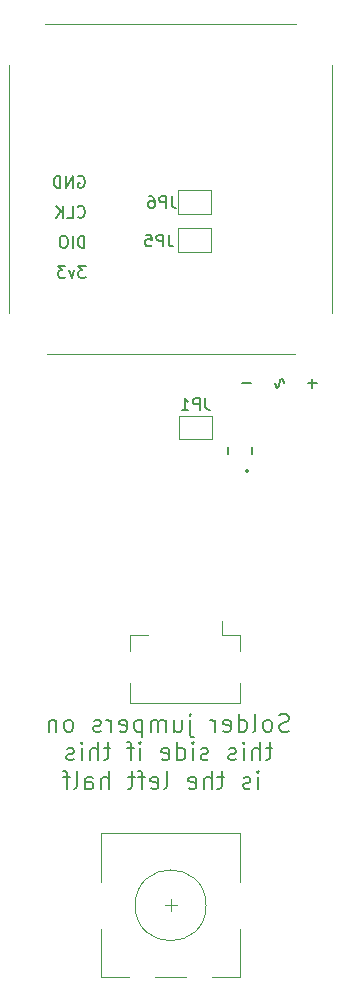
<source format=gbr>
G04 #@! TF.GenerationSoftware,KiCad,Pcbnew,(6.0.2)*
G04 #@! TF.CreationDate,2022-05-21T05:00:10+01:00*
G04 #@! TF.ProjectId,Cantaloupe,43616e74-616c-46f7-9570-652e6b696361,rev?*
G04 #@! TF.SameCoordinates,Original*
G04 #@! TF.FileFunction,Legend,Bot*
G04 #@! TF.FilePolarity,Positive*
%FSLAX46Y46*%
G04 Gerber Fmt 4.6, Leading zero omitted, Abs format (unit mm)*
G04 Created by KiCad (PCBNEW (6.0.2)) date 2022-05-21 05:00:10*
%MOMM*%
%LPD*%
G01*
G04 APERTURE LIST*
%ADD10C,0.200000*%
%ADD11C,0.150000*%
%ADD12C,0.120000*%
%ADD13C,0.127000*%
G04 APERTURE END LIST*
D10*
X157228792Y-77850559D02*
X157014506Y-77921988D01*
X156657363Y-77921988D01*
X156514506Y-77850559D01*
X156443078Y-77779131D01*
X156371649Y-77636274D01*
X156371649Y-77493417D01*
X156443078Y-77350559D01*
X156514506Y-77279131D01*
X156657363Y-77207702D01*
X156943078Y-77136274D01*
X157085935Y-77064845D01*
X157157363Y-76993417D01*
X157228792Y-76850559D01*
X157228792Y-76707702D01*
X157157363Y-76564845D01*
X157085935Y-76493417D01*
X156943078Y-76421988D01*
X156585935Y-76421988D01*
X156371649Y-76493417D01*
X155514506Y-77921988D02*
X155657363Y-77850559D01*
X155728792Y-77779131D01*
X155800220Y-77636274D01*
X155800220Y-77207702D01*
X155728792Y-77064845D01*
X155657363Y-76993417D01*
X155514506Y-76921988D01*
X155300220Y-76921988D01*
X155157363Y-76993417D01*
X155085935Y-77064845D01*
X155014506Y-77207702D01*
X155014506Y-77636274D01*
X155085935Y-77779131D01*
X155157363Y-77850559D01*
X155300220Y-77921988D01*
X155514506Y-77921988D01*
X154157363Y-77921988D02*
X154300220Y-77850559D01*
X154371649Y-77707702D01*
X154371649Y-76421988D01*
X152943078Y-77921988D02*
X152943078Y-76421988D01*
X152943078Y-77850559D02*
X153085935Y-77921988D01*
X153371649Y-77921988D01*
X153514506Y-77850559D01*
X153585935Y-77779131D01*
X153657363Y-77636274D01*
X153657363Y-77207702D01*
X153585935Y-77064845D01*
X153514506Y-76993417D01*
X153371649Y-76921988D01*
X153085935Y-76921988D01*
X152943078Y-76993417D01*
X151657363Y-77850559D02*
X151800220Y-77921988D01*
X152085935Y-77921988D01*
X152228792Y-77850559D01*
X152300220Y-77707702D01*
X152300220Y-77136274D01*
X152228792Y-76993417D01*
X152085935Y-76921988D01*
X151800220Y-76921988D01*
X151657363Y-76993417D01*
X151585935Y-77136274D01*
X151585935Y-77279131D01*
X152300220Y-77421988D01*
X150943078Y-77921988D02*
X150943078Y-76921988D01*
X150943078Y-77207702D02*
X150871649Y-77064845D01*
X150800220Y-76993417D01*
X150657363Y-76921988D01*
X150514506Y-76921988D01*
X148871649Y-76921988D02*
X148871649Y-78207702D01*
X148943078Y-78350559D01*
X149085935Y-78421988D01*
X149157363Y-78421988D01*
X148871649Y-76421988D02*
X148943078Y-76493417D01*
X148871649Y-76564845D01*
X148800220Y-76493417D01*
X148871649Y-76421988D01*
X148871649Y-76564845D01*
X147514506Y-76921988D02*
X147514506Y-77921988D01*
X148157363Y-76921988D02*
X148157363Y-77707702D01*
X148085935Y-77850559D01*
X147943078Y-77921988D01*
X147728792Y-77921988D01*
X147585935Y-77850559D01*
X147514506Y-77779131D01*
X146800220Y-77921988D02*
X146800220Y-76921988D01*
X146800220Y-77064845D02*
X146728792Y-76993417D01*
X146585935Y-76921988D01*
X146371649Y-76921988D01*
X146228792Y-76993417D01*
X146157363Y-77136274D01*
X146157363Y-77921988D01*
X146157363Y-77136274D02*
X146085935Y-76993417D01*
X145943078Y-76921988D01*
X145728792Y-76921988D01*
X145585935Y-76993417D01*
X145514506Y-77136274D01*
X145514506Y-77921988D01*
X144800220Y-76921988D02*
X144800220Y-78421988D01*
X144800220Y-76993417D02*
X144657363Y-76921988D01*
X144371649Y-76921988D01*
X144228792Y-76993417D01*
X144157363Y-77064845D01*
X144085935Y-77207702D01*
X144085935Y-77636274D01*
X144157363Y-77779131D01*
X144228792Y-77850559D01*
X144371649Y-77921988D01*
X144657363Y-77921988D01*
X144800220Y-77850559D01*
X142871649Y-77850559D02*
X143014506Y-77921988D01*
X143300220Y-77921988D01*
X143443078Y-77850559D01*
X143514506Y-77707702D01*
X143514506Y-77136274D01*
X143443078Y-76993417D01*
X143300220Y-76921988D01*
X143014506Y-76921988D01*
X142871649Y-76993417D01*
X142800220Y-77136274D01*
X142800220Y-77279131D01*
X143514506Y-77421988D01*
X142157363Y-77921988D02*
X142157363Y-76921988D01*
X142157363Y-77207702D02*
X142085935Y-77064845D01*
X142014506Y-76993417D01*
X141871649Y-76921988D01*
X141728792Y-76921988D01*
X141300220Y-77850559D02*
X141157363Y-77921988D01*
X140871649Y-77921988D01*
X140728792Y-77850559D01*
X140657363Y-77707702D01*
X140657363Y-77636274D01*
X140728792Y-77493417D01*
X140871649Y-77421988D01*
X141085935Y-77421988D01*
X141228792Y-77350559D01*
X141300220Y-77207702D01*
X141300220Y-77136274D01*
X141228792Y-76993417D01*
X141085935Y-76921988D01*
X140871649Y-76921988D01*
X140728792Y-76993417D01*
X138657363Y-77921988D02*
X138800220Y-77850559D01*
X138871649Y-77779131D01*
X138943078Y-77636274D01*
X138943078Y-77207702D01*
X138871649Y-77064845D01*
X138800220Y-76993417D01*
X138657363Y-76921988D01*
X138443078Y-76921988D01*
X138300220Y-76993417D01*
X138228792Y-77064845D01*
X138157363Y-77207702D01*
X138157363Y-77636274D01*
X138228792Y-77779131D01*
X138300220Y-77850559D01*
X138443078Y-77921988D01*
X138657363Y-77921988D01*
X137514506Y-76921988D02*
X137514506Y-77921988D01*
X137514506Y-77064845D02*
X137443078Y-76993417D01*
X137300220Y-76921988D01*
X137085935Y-76921988D01*
X136943078Y-76993417D01*
X136871649Y-77136274D01*
X136871649Y-77921988D01*
X155800220Y-79336988D02*
X155228792Y-79336988D01*
X155585935Y-78836988D02*
X155585935Y-80122702D01*
X155514506Y-80265559D01*
X155371649Y-80336988D01*
X155228792Y-80336988D01*
X154728792Y-80336988D02*
X154728792Y-78836988D01*
X154085935Y-80336988D02*
X154085935Y-79551274D01*
X154157363Y-79408417D01*
X154300220Y-79336988D01*
X154514506Y-79336988D01*
X154657363Y-79408417D01*
X154728792Y-79479845D01*
X153371649Y-80336988D02*
X153371649Y-79336988D01*
X153371649Y-78836988D02*
X153443078Y-78908417D01*
X153371649Y-78979845D01*
X153300220Y-78908417D01*
X153371649Y-78836988D01*
X153371649Y-78979845D01*
X152728792Y-80265559D02*
X152585935Y-80336988D01*
X152300220Y-80336988D01*
X152157363Y-80265559D01*
X152085935Y-80122702D01*
X152085935Y-80051274D01*
X152157363Y-79908417D01*
X152300220Y-79836988D01*
X152514506Y-79836988D01*
X152657363Y-79765559D01*
X152728792Y-79622702D01*
X152728792Y-79551274D01*
X152657363Y-79408417D01*
X152514506Y-79336988D01*
X152300220Y-79336988D01*
X152157363Y-79408417D01*
X150371649Y-80265559D02*
X150228792Y-80336988D01*
X149943078Y-80336988D01*
X149800220Y-80265559D01*
X149728792Y-80122702D01*
X149728792Y-80051274D01*
X149800220Y-79908417D01*
X149943078Y-79836988D01*
X150157363Y-79836988D01*
X150300220Y-79765559D01*
X150371649Y-79622702D01*
X150371649Y-79551274D01*
X150300220Y-79408417D01*
X150157363Y-79336988D01*
X149943078Y-79336988D01*
X149800220Y-79408417D01*
X149085935Y-80336988D02*
X149085935Y-79336988D01*
X149085935Y-78836988D02*
X149157363Y-78908417D01*
X149085935Y-78979845D01*
X149014506Y-78908417D01*
X149085935Y-78836988D01*
X149085935Y-78979845D01*
X147728792Y-80336988D02*
X147728792Y-78836988D01*
X147728792Y-80265559D02*
X147871649Y-80336988D01*
X148157363Y-80336988D01*
X148300220Y-80265559D01*
X148371649Y-80194131D01*
X148443078Y-80051274D01*
X148443078Y-79622702D01*
X148371649Y-79479845D01*
X148300220Y-79408417D01*
X148157363Y-79336988D01*
X147871649Y-79336988D01*
X147728792Y-79408417D01*
X146443078Y-80265559D02*
X146585935Y-80336988D01*
X146871649Y-80336988D01*
X147014506Y-80265559D01*
X147085935Y-80122702D01*
X147085935Y-79551274D01*
X147014506Y-79408417D01*
X146871649Y-79336988D01*
X146585935Y-79336988D01*
X146443078Y-79408417D01*
X146371649Y-79551274D01*
X146371649Y-79694131D01*
X147085935Y-79836988D01*
X144585935Y-80336988D02*
X144585935Y-79336988D01*
X144585935Y-78836988D02*
X144657363Y-78908417D01*
X144585935Y-78979845D01*
X144514506Y-78908417D01*
X144585935Y-78836988D01*
X144585935Y-78979845D01*
X144085935Y-79336988D02*
X143514506Y-79336988D01*
X143871649Y-80336988D02*
X143871649Y-79051274D01*
X143800220Y-78908417D01*
X143657363Y-78836988D01*
X143514506Y-78836988D01*
X142085935Y-79336988D02*
X141514506Y-79336988D01*
X141871649Y-78836988D02*
X141871649Y-80122702D01*
X141800220Y-80265559D01*
X141657363Y-80336988D01*
X141514506Y-80336988D01*
X141014506Y-80336988D02*
X141014506Y-78836988D01*
X140371649Y-80336988D02*
X140371649Y-79551274D01*
X140443078Y-79408417D01*
X140585935Y-79336988D01*
X140800220Y-79336988D01*
X140943078Y-79408417D01*
X141014506Y-79479845D01*
X139657363Y-80336988D02*
X139657363Y-79336988D01*
X139657363Y-78836988D02*
X139728792Y-78908417D01*
X139657363Y-78979845D01*
X139585935Y-78908417D01*
X139657363Y-78836988D01*
X139657363Y-78979845D01*
X139014506Y-80265559D02*
X138871649Y-80336988D01*
X138585935Y-80336988D01*
X138443078Y-80265559D01*
X138371649Y-80122702D01*
X138371649Y-80051274D01*
X138443078Y-79908417D01*
X138585935Y-79836988D01*
X138800220Y-79836988D01*
X138943078Y-79765559D01*
X139014506Y-79622702D01*
X139014506Y-79551274D01*
X138943078Y-79408417D01*
X138800220Y-79336988D01*
X138585935Y-79336988D01*
X138443078Y-79408417D01*
X154585935Y-82751988D02*
X154585935Y-81751988D01*
X154585935Y-81251988D02*
X154657363Y-81323417D01*
X154585935Y-81394845D01*
X154514506Y-81323417D01*
X154585935Y-81251988D01*
X154585935Y-81394845D01*
X153943078Y-82680559D02*
X153800220Y-82751988D01*
X153514506Y-82751988D01*
X153371649Y-82680559D01*
X153300220Y-82537702D01*
X153300220Y-82466274D01*
X153371649Y-82323417D01*
X153514506Y-82251988D01*
X153728792Y-82251988D01*
X153871649Y-82180559D01*
X153943078Y-82037702D01*
X153943078Y-81966274D01*
X153871649Y-81823417D01*
X153728792Y-81751988D01*
X153514506Y-81751988D01*
X153371649Y-81823417D01*
X151728792Y-81751988D02*
X151157363Y-81751988D01*
X151514506Y-81251988D02*
X151514506Y-82537702D01*
X151443078Y-82680559D01*
X151300220Y-82751988D01*
X151157363Y-82751988D01*
X150657363Y-82751988D02*
X150657363Y-81251988D01*
X150014506Y-82751988D02*
X150014506Y-81966274D01*
X150085935Y-81823417D01*
X150228792Y-81751988D01*
X150443078Y-81751988D01*
X150585935Y-81823417D01*
X150657363Y-81894845D01*
X148728792Y-82680559D02*
X148871649Y-82751988D01*
X149157363Y-82751988D01*
X149300220Y-82680559D01*
X149371649Y-82537702D01*
X149371649Y-81966274D01*
X149300220Y-81823417D01*
X149157363Y-81751988D01*
X148871649Y-81751988D01*
X148728792Y-81823417D01*
X148657363Y-81966274D01*
X148657363Y-82109131D01*
X149371649Y-82251988D01*
X146657363Y-82751988D02*
X146800220Y-82680559D01*
X146871649Y-82537702D01*
X146871649Y-81251988D01*
X145514506Y-82680559D02*
X145657363Y-82751988D01*
X145943078Y-82751988D01*
X146085935Y-82680559D01*
X146157363Y-82537702D01*
X146157363Y-81966274D01*
X146085935Y-81823417D01*
X145943078Y-81751988D01*
X145657363Y-81751988D01*
X145514506Y-81823417D01*
X145443078Y-81966274D01*
X145443078Y-82109131D01*
X146157363Y-82251988D01*
X145014506Y-81751988D02*
X144443078Y-81751988D01*
X144800220Y-82751988D02*
X144800220Y-81466274D01*
X144728792Y-81323417D01*
X144585935Y-81251988D01*
X144443078Y-81251988D01*
X144157363Y-81751988D02*
X143585935Y-81751988D01*
X143943078Y-81251988D02*
X143943078Y-82537702D01*
X143871649Y-82680559D01*
X143728792Y-82751988D01*
X143585935Y-82751988D01*
X141943078Y-82751988D02*
X141943078Y-81251988D01*
X141300220Y-82751988D02*
X141300220Y-81966274D01*
X141371649Y-81823417D01*
X141514506Y-81751988D01*
X141728792Y-81751988D01*
X141871649Y-81823417D01*
X141943078Y-81894845D01*
X139943078Y-82751988D02*
X139943078Y-81966274D01*
X140014506Y-81823417D01*
X140157363Y-81751988D01*
X140443078Y-81751988D01*
X140585935Y-81823417D01*
X139943078Y-82680559D02*
X140085935Y-82751988D01*
X140443078Y-82751988D01*
X140585935Y-82680559D01*
X140657363Y-82537702D01*
X140657363Y-82394845D01*
X140585935Y-82251988D01*
X140443078Y-82180559D01*
X140085935Y-82180559D01*
X139943078Y-82109131D01*
X139014506Y-82751988D02*
X139157363Y-82680559D01*
X139228792Y-82537702D01*
X139228792Y-81251988D01*
X138657363Y-81751988D02*
X138085935Y-81751988D01*
X138443078Y-82751988D02*
X138443078Y-81466274D01*
X138371649Y-81323417D01*
X138228792Y-81251988D01*
X138085935Y-81251988D01*
D11*
X159546935Y-48418440D02*
X158785030Y-48418440D01*
X159165982Y-48799392D02*
X159165982Y-48037488D01*
X156785030Y-48418440D02*
X156737411Y-48180345D01*
X156689792Y-48085107D01*
X156594554Y-48037488D01*
X156499316Y-48085107D01*
X156451697Y-48180345D01*
X156356458Y-48656535D01*
X156308839Y-48751773D01*
X156213601Y-48799392D01*
X156118363Y-48751773D01*
X156070744Y-48656535D01*
X156023125Y-48418440D01*
X154023125Y-48418440D02*
X153261220Y-48418440D01*
X139897907Y-36955797D02*
X139897907Y-35955797D01*
X139659812Y-35955797D01*
X139516955Y-36003417D01*
X139421717Y-36098655D01*
X139374098Y-36193893D01*
X139326479Y-36384369D01*
X139326479Y-36527226D01*
X139374098Y-36717702D01*
X139421717Y-36812940D01*
X139516955Y-36908178D01*
X139659812Y-36955797D01*
X139897907Y-36955797D01*
X138897907Y-36955797D02*
X138897907Y-35955797D01*
X138231241Y-35955797D02*
X138040764Y-35955797D01*
X137945526Y-36003417D01*
X137850288Y-36098655D01*
X137802669Y-36289131D01*
X137802669Y-36622464D01*
X137850288Y-36812940D01*
X137945526Y-36908178D01*
X138040764Y-36955797D01*
X138231241Y-36955797D01*
X138326479Y-36908178D01*
X138421717Y-36812940D01*
X138469336Y-36622464D01*
X138469336Y-36289131D01*
X138421717Y-36098655D01*
X138326479Y-36003417D01*
X138231241Y-35955797D01*
X139326479Y-34320559D02*
X139374098Y-34368178D01*
X139516955Y-34415797D01*
X139612193Y-34415797D01*
X139755050Y-34368178D01*
X139850288Y-34272940D01*
X139897907Y-34177702D01*
X139945526Y-33987226D01*
X139945526Y-33844369D01*
X139897907Y-33653893D01*
X139850288Y-33558655D01*
X139755050Y-33463417D01*
X139612193Y-33415797D01*
X139516955Y-33415797D01*
X139374098Y-33463417D01*
X139326479Y-33511036D01*
X138421717Y-34415797D02*
X138897907Y-34415797D01*
X138897907Y-33415797D01*
X138088383Y-34415797D02*
X138088383Y-33415797D01*
X137516955Y-34415797D02*
X137945526Y-33844369D01*
X137516955Y-33415797D02*
X138088383Y-33987226D01*
X139374098Y-30923417D02*
X139469336Y-30875797D01*
X139612193Y-30875797D01*
X139755050Y-30923417D01*
X139850288Y-31018655D01*
X139897907Y-31113893D01*
X139945526Y-31304369D01*
X139945526Y-31447226D01*
X139897907Y-31637702D01*
X139850288Y-31732940D01*
X139755050Y-31828178D01*
X139612193Y-31875797D01*
X139516955Y-31875797D01*
X139374098Y-31828178D01*
X139326479Y-31780559D01*
X139326479Y-31447226D01*
X139516955Y-31447226D01*
X138897907Y-31875797D02*
X138897907Y-30875797D01*
X138326479Y-31875797D01*
X138326479Y-30875797D01*
X137850288Y-31875797D02*
X137850288Y-30875797D01*
X137612193Y-30875797D01*
X137469336Y-30923417D01*
X137374098Y-31018655D01*
X137326479Y-31113893D01*
X137278860Y-31304369D01*
X137278860Y-31447226D01*
X137326479Y-31637702D01*
X137374098Y-31732940D01*
X137469336Y-31828178D01*
X137612193Y-31875797D01*
X137850288Y-31875797D01*
X139993145Y-38495797D02*
X139374098Y-38495797D01*
X139707431Y-38876750D01*
X139564574Y-38876750D01*
X139469336Y-38924369D01*
X139421717Y-38971988D01*
X139374098Y-39067226D01*
X139374098Y-39305321D01*
X139421717Y-39400559D01*
X139469336Y-39448178D01*
X139564574Y-39495797D01*
X139850288Y-39495797D01*
X139945526Y-39448178D01*
X139993145Y-39400559D01*
X139040764Y-38829131D02*
X138802669Y-39495797D01*
X138564574Y-38829131D01*
X138278860Y-38495797D02*
X137659812Y-38495797D01*
X137993145Y-38876750D01*
X137850288Y-38876750D01*
X137755050Y-38924369D01*
X137707431Y-38971988D01*
X137659812Y-39067226D01*
X137659812Y-39305321D01*
X137707431Y-39400559D01*
X137755050Y-39448178D01*
X137850288Y-39495797D01*
X138136003Y-39495797D01*
X138231241Y-39448178D01*
X138278860Y-39400559D01*
X150121836Y-49699392D02*
X150121836Y-50413678D01*
X150169455Y-50556535D01*
X150264693Y-50651773D01*
X150407550Y-50699392D01*
X150502788Y-50699392D01*
X149645645Y-50699392D02*
X149645645Y-49699392D01*
X149264693Y-49699392D01*
X149169455Y-49747012D01*
X149121836Y-49794631D01*
X149074217Y-49889869D01*
X149074217Y-50032726D01*
X149121836Y-50127964D01*
X149169455Y-50175583D01*
X149264693Y-50223202D01*
X149645645Y-50223202D01*
X148121836Y-50699392D02*
X148693264Y-50699392D01*
X148407550Y-50699392D02*
X148407550Y-49699392D01*
X148502788Y-49842250D01*
X148598026Y-49937488D01*
X148693264Y-49985107D01*
X147031836Y-35844389D02*
X147031836Y-36558675D01*
X147079455Y-36701532D01*
X147174693Y-36796770D01*
X147317550Y-36844389D01*
X147412788Y-36844389D01*
X146555645Y-36844389D02*
X146555645Y-35844389D01*
X146174693Y-35844389D01*
X146079455Y-35892009D01*
X146031836Y-35939628D01*
X145984217Y-36034866D01*
X145984217Y-36177723D01*
X146031836Y-36272961D01*
X146079455Y-36320580D01*
X146174693Y-36368199D01*
X146555645Y-36368199D01*
X145079455Y-35844389D02*
X145555645Y-35844389D01*
X145603264Y-36320580D01*
X145555645Y-36272961D01*
X145460407Y-36225342D01*
X145222312Y-36225342D01*
X145127074Y-36272961D01*
X145079455Y-36320580D01*
X145031836Y-36415818D01*
X145031836Y-36653913D01*
X145079455Y-36749151D01*
X145127074Y-36796770D01*
X145222312Y-36844389D01*
X145460407Y-36844389D01*
X145555645Y-36796770D01*
X145603264Y-36749151D01*
X147281836Y-32594389D02*
X147281836Y-33308675D01*
X147329455Y-33451532D01*
X147424693Y-33546770D01*
X147567550Y-33594389D01*
X147662788Y-33594389D01*
X146805645Y-33594389D02*
X146805645Y-32594389D01*
X146424693Y-32594389D01*
X146329455Y-32642009D01*
X146281836Y-32689628D01*
X146234217Y-32784866D01*
X146234217Y-32927723D01*
X146281836Y-33022961D01*
X146329455Y-33070580D01*
X146424693Y-33118199D01*
X146805645Y-33118199D01*
X145377074Y-32594389D02*
X145567550Y-32594389D01*
X145662788Y-32642009D01*
X145710407Y-32689628D01*
X145805645Y-32832485D01*
X145853264Y-33022961D01*
X145853264Y-33403913D01*
X145805645Y-33499151D01*
X145758026Y-33546770D01*
X145662788Y-33594389D01*
X145472312Y-33594389D01*
X145377074Y-33546770D01*
X145329455Y-33499151D01*
X145281836Y-33403913D01*
X145281836Y-33165818D01*
X145329455Y-33070580D01*
X145377074Y-33022961D01*
X145472312Y-32975342D01*
X145662788Y-32975342D01*
X145758026Y-33022961D01*
X145805645Y-33070580D01*
X145853264Y-33165818D01*
D12*
X157693078Y-45959596D02*
X136693078Y-45959596D01*
X160893078Y-21509596D02*
X160893078Y-42509596D01*
X136593078Y-18009596D02*
X157793078Y-18009596D01*
X133493078Y-42509596D02*
X133493078Y-21509596D01*
X153093078Y-90639811D02*
X153093078Y-86539811D01*
X145893078Y-98739811D02*
X148493078Y-98739811D01*
X146693078Y-92639811D02*
X147693078Y-92639811D01*
X147193078Y-92139811D02*
X147193078Y-93139811D01*
X141293078Y-94639811D02*
X141293078Y-98739811D01*
X141293078Y-98739811D02*
X143693078Y-98739811D01*
X141293078Y-86539811D02*
X153093078Y-86539811D01*
X153093078Y-98739811D02*
X153093078Y-94639811D01*
X141293078Y-90639811D02*
X141293078Y-86539811D01*
X150693078Y-98739811D02*
X153093078Y-98739811D01*
X150193078Y-92639811D02*
G75*
G03*
X150193078Y-92639811I-3000000J0D01*
G01*
D10*
X153771459Y-55867012D02*
G75*
G03*
X153771459Y-55867012I-102956J0D01*
G01*
D13*
X154038503Y-54397012D02*
X154038503Y-53797012D01*
X152038503Y-54397012D02*
X152038503Y-53797012D01*
D12*
X147888503Y-51184012D02*
X147888503Y-53184012D01*
X150688503Y-53184012D02*
X150688503Y-51184012D01*
X147888503Y-53184012D02*
X150688503Y-53184012D01*
X150688503Y-51184012D02*
X147888503Y-51184012D01*
X145244078Y-69747012D02*
X143754078Y-69747012D01*
X153054078Y-73807012D02*
X153054078Y-75547012D01*
X151564078Y-69747012D02*
X151564078Y-68547012D01*
X143754078Y-75547012D02*
X143754078Y-73807012D01*
X153054078Y-69747012D02*
X153054078Y-71087012D01*
X143754078Y-69747012D02*
X143754078Y-71087012D01*
X151564078Y-69747012D02*
X153054078Y-69747012D01*
X153054078Y-75547012D02*
X143754078Y-75547012D01*
X150648503Y-35283417D02*
X147848503Y-35283417D01*
X147848503Y-35283417D02*
X147848503Y-37283417D01*
X147848503Y-37283417D02*
X150648503Y-37283417D01*
X150648503Y-37283417D02*
X150648503Y-35283417D01*
X150648503Y-34083417D02*
X150648503Y-32083417D01*
X150648503Y-32083417D02*
X147848503Y-32083417D01*
X147848503Y-34083417D02*
X150648503Y-34083417D01*
X147848503Y-32083417D02*
X147848503Y-34083417D01*
M02*

</source>
